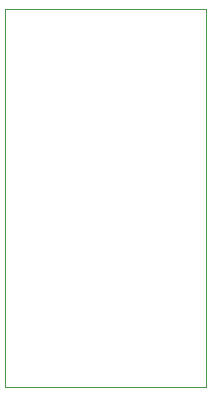
<source format=gm1>
%TF.GenerationSoftware,KiCad,Pcbnew,8.0.4*%
%TF.CreationDate,2024-08-22T22:44:09+01:00*%
%TF.ProjectId,PicoChainTerminator,5069636f-4368-4616-996e-5465726d696e,v1.1*%
%TF.SameCoordinates,Original*%
%TF.FileFunction,Profile,NP*%
%FSLAX46Y46*%
G04 Gerber Fmt 4.6, Leading zero omitted, Abs format (unit mm)*
G04 Created by KiCad (PCBNEW 8.0.4) date 2024-08-22 22:44:09*
%MOMM*%
%LPD*%
G01*
G04 APERTURE LIST*
%TA.AperFunction,Profile*%
%ADD10C,0.050000*%
%TD*%
G04 APERTURE END LIST*
D10*
X90000000Y-68000000D02*
X107000000Y-68000000D01*
X107000000Y-100000000D01*
X90000000Y-100000000D01*
X90000000Y-68000000D01*
M02*

</source>
